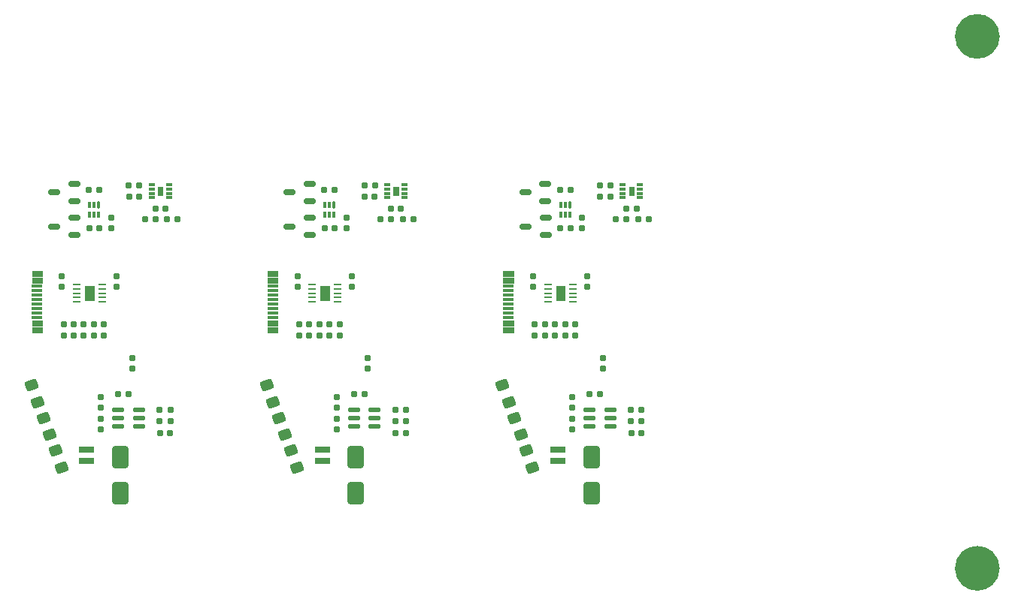
<source format=gbr>
%TF.GenerationSoftware,KiCad,Pcbnew,8.0.5*%
%TF.CreationDate,2025-01-30T01:50:55+01:00*%
%TF.ProjectId,LAMP_OUTDOOR_BATTERY_PANEL,4c414d50-5f4f-4555-9444-4f4f525f4241,rev?*%
%TF.SameCoordinates,Original*%
%TF.FileFunction,Paste,Top*%
%TF.FilePolarity,Positive*%
%FSLAX46Y46*%
G04 Gerber Fmt 4.6, Leading zero omitted, Abs format (unit mm)*
G04 Created by KiCad (PCBNEW 8.0.5) date 2025-01-30 01:50:55*
%MOMM*%
%LPD*%
G01*
G04 APERTURE LIST*
G04 Aperture macros list*
%AMRoundRect*
0 Rectangle with rounded corners*
0 $1 Rounding radius*
0 $2 $3 $4 $5 $6 $7 $8 $9 X,Y pos of 4 corners*
0 Add a 4 corners polygon primitive as box body*
4,1,4,$2,$3,$4,$5,$6,$7,$8,$9,$2,$3,0*
0 Add four circle primitives for the rounded corners*
1,1,$1+$1,$2,$3*
1,1,$1+$1,$4,$5*
1,1,$1+$1,$6,$7*
1,1,$1+$1,$8,$9*
0 Add four rect primitives between the rounded corners*
20,1,$1+$1,$2,$3,$4,$5,0*
20,1,$1+$1,$4,$5,$6,$7,0*
20,1,$1+$1,$6,$7,$8,$9,0*
20,1,$1+$1,$8,$9,$2,$3,0*%
G04 Aperture macros list end*
%ADD10C,2.512500*%
%ADD11C,0.010000*%
%ADD12RoundRect,0.155000X-0.212500X-0.155000X0.212500X-0.155000X0.212500X0.155000X-0.212500X0.155000X0*%
%ADD13RoundRect,0.150000X0.512500X0.150000X-0.512500X0.150000X-0.512500X-0.150000X0.512500X-0.150000X0*%
%ADD14R,1.150000X0.300000*%
%ADD15R,0.860000X0.260000*%
%ADD16RoundRect,0.160000X0.160000X-0.197500X0.160000X0.197500X-0.160000X0.197500X-0.160000X-0.197500X0*%
%ADD17RoundRect,0.250000X0.534018X-0.151491X0.311705X0.459309X-0.534018X0.151491X-0.311705X-0.459309X0*%
%ADD18RoundRect,0.155000X-0.155000X0.212500X-0.155000X-0.212500X0.155000X-0.212500X0.155000X0.212500X0*%
%ADD19RoundRect,0.155000X0.155000X-0.212500X0.155000X0.212500X-0.155000X0.212500X-0.155000X-0.212500X0*%
%ADD20RoundRect,0.160000X-0.197500X-0.160000X0.197500X-0.160000X0.197500X0.160000X-0.197500X0.160000X0*%
%ADD21RoundRect,0.160000X-0.160000X0.197500X-0.160000X-0.197500X0.160000X-0.197500X0.160000X0.197500X0*%
%ADD22RoundRect,0.160000X0.197500X0.160000X-0.197500X0.160000X-0.197500X-0.160000X0.197500X-0.160000X0*%
%ADD23R,1.700000X0.800000*%
%ADD24RoundRect,0.033750X0.336250X0.101250X-0.336250X0.101250X-0.336250X-0.101250X0.336250X-0.101250X0*%
%ADD25RoundRect,0.147500X0.537500X0.147500X-0.537500X0.147500X-0.537500X-0.147500X0.537500X-0.147500X0*%
%ADD26RoundRect,0.070000X0.070000X0.305000X-0.070000X0.305000X-0.070000X-0.305000X0.070000X-0.305000X0*%
%ADD27RoundRect,0.070000X0.070000X0.355000X-0.070000X0.355000X-0.070000X-0.355000X0.070000X-0.355000X0*%
%ADD28RoundRect,0.250000X-0.650000X1.000000X-0.650000X-1.000000X0.650000X-1.000000X0.650000X1.000000X0*%
G04 APERTURE END LIST*
D10*
X250086250Y-122000000D02*
G75*
G02*
X247573750Y-122000000I-1256250J0D01*
G01*
X247573750Y-122000000D02*
G75*
G02*
X250086250Y-122000000I1256250J0D01*
G01*
X250086250Y-62000000D02*
G75*
G02*
X247573750Y-62000000I-1256250J0D01*
G01*
X247573750Y-62000000D02*
G75*
G02*
X250086250Y-62000000I1256250J0D01*
G01*
D11*
%TO.C,J1*%
X143525000Y-95430000D02*
X142375000Y-95430000D01*
X142375000Y-94830000D01*
X143525000Y-94830000D01*
X143525000Y-95430000D01*
G36*
X143525000Y-95430000D02*
G01*
X142375000Y-95430000D01*
X142375000Y-94830000D01*
X143525000Y-94830000D01*
X143525000Y-95430000D01*
G37*
X143525000Y-94630000D02*
X142375000Y-94630000D01*
X142375000Y-94030000D01*
X143525000Y-94030000D01*
X143525000Y-94630000D01*
G36*
X143525000Y-94630000D02*
G01*
X142375000Y-94630000D01*
X142375000Y-94030000D01*
X143525000Y-94030000D01*
X143525000Y-94630000D01*
G37*
X143525000Y-89830000D02*
X142375000Y-89830000D01*
X142375000Y-89230000D01*
X143525000Y-89230000D01*
X143525000Y-89830000D01*
G36*
X143525000Y-89830000D02*
G01*
X142375000Y-89830000D01*
X142375000Y-89230000D01*
X143525000Y-89230000D01*
X143525000Y-89830000D01*
G37*
X143525000Y-89030000D02*
X142375000Y-89030000D01*
X142375000Y-88430000D01*
X143525000Y-88430000D01*
X143525000Y-89030000D01*
G36*
X143525000Y-89030000D02*
G01*
X142375000Y-89030000D01*
X142375000Y-88430000D01*
X143525000Y-88430000D01*
X143525000Y-89030000D01*
G37*
%TO.C,U1*%
X149330000Y-91761540D02*
X148329038Y-91761540D01*
X148329038Y-90160000D01*
X149330000Y-90160000D01*
X149330000Y-91761540D01*
G36*
X149330000Y-91761540D02*
G01*
X148329038Y-91761540D01*
X148329038Y-90160000D01*
X149330000Y-90160000D01*
X149330000Y-91761540D01*
G37*
%TO.C,U3*%
X157100000Y-79920000D02*
X156540000Y-79920000D01*
X156540000Y-78980000D01*
X157100000Y-78980000D01*
X157100000Y-79920000D01*
G36*
X157100000Y-79920000D02*
G01*
X156540000Y-79920000D01*
X156540000Y-78980000D01*
X157100000Y-78980000D01*
X157100000Y-79920000D01*
G37*
%TO.C,U1*%
X175859700Y-91761540D02*
X174858738Y-91761540D01*
X174858738Y-90160000D01*
X175859700Y-90160000D01*
X175859700Y-91761540D01*
G36*
X175859700Y-91761540D02*
G01*
X174858738Y-91761540D01*
X174858738Y-90160000D01*
X175859700Y-90160000D01*
X175859700Y-91761540D01*
G37*
%TO.C,U3*%
X183629700Y-79920000D02*
X183069700Y-79920000D01*
X183069700Y-78980000D01*
X183629700Y-78980000D01*
X183629700Y-79920000D01*
G36*
X183629700Y-79920000D02*
G01*
X183069700Y-79920000D01*
X183069700Y-78980000D01*
X183629700Y-78980000D01*
X183629700Y-79920000D01*
G37*
%TO.C,J1*%
X170054700Y-95430000D02*
X168904700Y-95430000D01*
X168904700Y-94830000D01*
X170054700Y-94830000D01*
X170054700Y-95430000D01*
G36*
X170054700Y-95430000D02*
G01*
X168904700Y-95430000D01*
X168904700Y-94830000D01*
X170054700Y-94830000D01*
X170054700Y-95430000D01*
G37*
X170054700Y-94630000D02*
X168904700Y-94630000D01*
X168904700Y-94030000D01*
X170054700Y-94030000D01*
X170054700Y-94630000D01*
G36*
X170054700Y-94630000D02*
G01*
X168904700Y-94630000D01*
X168904700Y-94030000D01*
X170054700Y-94030000D01*
X170054700Y-94630000D01*
G37*
X170054700Y-89830000D02*
X168904700Y-89830000D01*
X168904700Y-89230000D01*
X170054700Y-89230000D01*
X170054700Y-89830000D01*
G36*
X170054700Y-89830000D02*
G01*
X168904700Y-89830000D01*
X168904700Y-89230000D01*
X170054700Y-89230000D01*
X170054700Y-89830000D01*
G37*
X170054700Y-89030000D02*
X168904700Y-89030000D01*
X168904700Y-88430000D01*
X170054700Y-88430000D01*
X170054700Y-89030000D01*
G36*
X170054700Y-89030000D02*
G01*
X168904700Y-89030000D01*
X168904700Y-88430000D01*
X170054700Y-88430000D01*
X170054700Y-89030000D01*
G37*
%TO.C,U1*%
X202389700Y-91761540D02*
X201388738Y-91761540D01*
X201388738Y-90160000D01*
X202389700Y-90160000D01*
X202389700Y-91761540D01*
G36*
X202389700Y-91761540D02*
G01*
X201388738Y-91761540D01*
X201388738Y-90160000D01*
X202389700Y-90160000D01*
X202389700Y-91761540D01*
G37*
%TO.C,U3*%
X210159700Y-79920000D02*
X209599700Y-79920000D01*
X209599700Y-78980000D01*
X210159700Y-78980000D01*
X210159700Y-79920000D01*
G36*
X210159700Y-79920000D02*
G01*
X209599700Y-79920000D01*
X209599700Y-78980000D01*
X210159700Y-78980000D01*
X210159700Y-79920000D01*
G37*
%TO.C,J1*%
X196584700Y-95430000D02*
X195434700Y-95430000D01*
X195434700Y-94830000D01*
X196584700Y-94830000D01*
X196584700Y-95430000D01*
G36*
X196584700Y-95430000D02*
G01*
X195434700Y-95430000D01*
X195434700Y-94830000D01*
X196584700Y-94830000D01*
X196584700Y-95430000D01*
G37*
X196584700Y-94630000D02*
X195434700Y-94630000D01*
X195434700Y-94030000D01*
X196584700Y-94030000D01*
X196584700Y-94630000D01*
G36*
X196584700Y-94630000D02*
G01*
X195434700Y-94630000D01*
X195434700Y-94030000D01*
X196584700Y-94030000D01*
X196584700Y-94630000D01*
G37*
X196584700Y-89830000D02*
X195434700Y-89830000D01*
X195434700Y-89230000D01*
X196584700Y-89230000D01*
X196584700Y-89830000D01*
G36*
X196584700Y-89830000D02*
G01*
X195434700Y-89830000D01*
X195434700Y-89230000D01*
X196584700Y-89230000D01*
X196584700Y-89830000D01*
G37*
X196584700Y-89030000D02*
X195434700Y-89030000D01*
X195434700Y-88430000D01*
X196584700Y-88430000D01*
X196584700Y-89030000D01*
G36*
X196584700Y-89030000D02*
G01*
X195434700Y-89030000D01*
X195434700Y-88430000D01*
X196584700Y-88430000D01*
X196584700Y-89030000D01*
G37*
%TD*%
D12*
%TO.C,C7*%
X149947500Y-83640000D03*
X148812500Y-83640000D03*
%TD*%
D13*
%TO.C,Q2*%
X144872500Y-83437500D03*
X147147500Y-82487500D03*
X147147500Y-84387500D03*
%TD*%
D14*
%TO.C,J1*%
X142950000Y-90180000D03*
X142950000Y-91180000D03*
X142950000Y-92680000D03*
X142950000Y-93680000D03*
X142950000Y-93180000D03*
X142950000Y-92180000D03*
X142950000Y-91680000D03*
X142950000Y-90680000D03*
%TD*%
D15*
%TO.C,U1*%
X150265000Y-89960000D03*
X150265000Y-90460000D03*
X150265000Y-90960000D03*
X150265000Y-91460000D03*
X150265000Y-91960000D03*
X147395000Y-91960000D03*
X147395000Y-91460000D03*
X147395000Y-90960000D03*
X147395000Y-90460000D03*
X147395000Y-89960000D03*
%TD*%
D12*
%TO.C,C5*%
X157397500Y-81400000D03*
X156262500Y-81400000D03*
%TD*%
D16*
%TO.C,R3*%
X149345000Y-94512500D03*
X149345000Y-95707500D03*
%TD*%
D17*
%TO.C,D3*%
X144997557Y-108722387D03*
X145698699Y-110648757D03*
%TD*%
D18*
%TO.C,C2*%
X151870000Y-90207500D03*
X151870000Y-89072500D03*
%TD*%
D19*
%TO.C,C3*%
X150140000Y-105175000D03*
X150140000Y-106310000D03*
%TD*%
D20*
%TO.C,R7*%
X157957500Y-104130000D03*
X156762500Y-104130000D03*
%TD*%
D21*
%TO.C,R4*%
X148210000Y-95707500D03*
X148210000Y-94512500D03*
%TD*%
D16*
%TO.C,R2*%
X147075000Y-94512500D03*
X147075000Y-95707500D03*
%TD*%
D17*
%TO.C,D2*%
X143649999Y-105019999D03*
X144351141Y-106946369D03*
%TD*%
D22*
%TO.C,R6*%
X156762500Y-105430000D03*
X157957500Y-105430000D03*
%TD*%
D20*
%TO.C,R10*%
X158777500Y-82580000D03*
X157582500Y-82580000D03*
%TD*%
D21*
%TO.C,R5*%
X150480000Y-95707500D03*
X150480000Y-94512500D03*
%TD*%
D22*
%TO.C,R14*%
X148752500Y-79320000D03*
X149947500Y-79320000D03*
%TD*%
D17*
%TO.C,D1*%
X142302442Y-101317612D03*
X143003584Y-103243982D03*
%TD*%
D21*
%TO.C,R13*%
X153650000Y-99487500D03*
X153650000Y-98292500D03*
%TD*%
%TO.C,R8*%
X150150000Y-103900000D03*
X150150000Y-102705000D03*
%TD*%
D23*
%TO.C,L1*%
X148530000Y-108620000D03*
X148530000Y-109920000D03*
%TD*%
D13*
%TO.C,Q1*%
X144855000Y-79600000D03*
X147130000Y-78650000D03*
X147130000Y-80550000D03*
%TD*%
D24*
%TO.C,U3*%
X155840000Y-80200000D03*
X155840000Y-79700000D03*
X155840000Y-79200000D03*
X155840000Y-78700000D03*
X157800000Y-78700000D03*
X157800000Y-79200000D03*
X157800000Y-79700000D03*
X157800000Y-80200000D03*
%TD*%
D22*
%TO.C,R9*%
X152092500Y-102330000D03*
X153287500Y-102330000D03*
%TD*%
%TO.C,R12*%
X153272500Y-78800000D03*
X154467500Y-78800000D03*
%TD*%
D18*
%TO.C,C1*%
X145740000Y-90207500D03*
X145740000Y-89072500D03*
%TD*%
D25*
%TO.C,U2*%
X152090000Y-106020000D03*
X152090000Y-105070000D03*
X152090000Y-104120000D03*
X154430000Y-104120000D03*
X154430000Y-105070000D03*
X154430000Y-106020000D03*
%TD*%
D12*
%TO.C,C6*%
X154437500Y-80060000D03*
X153302500Y-80060000D03*
%TD*%
D21*
%TO.C,R15*%
X151280000Y-83647500D03*
X151280000Y-82452500D03*
%TD*%
D22*
%TO.C,R11*%
X155072500Y-82580000D03*
X156267500Y-82580000D03*
%TD*%
D26*
%TO.C,U4*%
X149850000Y-82130000D03*
X149350000Y-82130000D03*
X148850000Y-82130000D03*
X148850000Y-80980000D03*
X149350000Y-80980000D03*
D27*
X149850000Y-81030000D03*
%TD*%
D12*
%TO.C,C4*%
X157927500Y-106720000D03*
X156792500Y-106720000D03*
%TD*%
D16*
%TO.C,R1*%
X145940000Y-94512500D03*
X145940000Y-95707500D03*
%TD*%
D28*
%TO.C,D4*%
X152330000Y-113500000D03*
X152330000Y-109500000D03*
%TD*%
D17*
%TO.C,D3*%
X171527257Y-108722387D03*
X172228399Y-110648757D03*
%TD*%
D18*
%TO.C,C2*%
X178399700Y-90207500D03*
X178399700Y-89072500D03*
%TD*%
D19*
%TO.C,C3*%
X176669700Y-105175000D03*
X176669700Y-106310000D03*
%TD*%
D20*
%TO.C,R7*%
X184487200Y-104130000D03*
X183292200Y-104130000D03*
%TD*%
D16*
%TO.C,R3*%
X175874700Y-94512500D03*
X175874700Y-95707500D03*
%TD*%
D15*
%TO.C,U1*%
X176794700Y-89960000D03*
X176794700Y-90460000D03*
X176794700Y-90960000D03*
X176794700Y-91460000D03*
X176794700Y-91960000D03*
X173924700Y-91960000D03*
X173924700Y-91460000D03*
X173924700Y-90960000D03*
X173924700Y-90460000D03*
X173924700Y-89960000D03*
%TD*%
D12*
%TO.C,C5*%
X183927200Y-81400000D03*
X182792200Y-81400000D03*
%TD*%
D17*
%TO.C,D2*%
X170179699Y-105019999D03*
X170880841Y-106946369D03*
%TD*%
D21*
%TO.C,R5*%
X177009700Y-95707500D03*
X177009700Y-94512500D03*
%TD*%
D16*
%TO.C,R2*%
X173604700Y-94512500D03*
X173604700Y-95707500D03*
%TD*%
D22*
%TO.C,R6*%
X183292200Y-105430000D03*
X184487200Y-105430000D03*
%TD*%
D17*
%TO.C,D1*%
X168832142Y-101317612D03*
X169533284Y-103243982D03*
%TD*%
D21*
%TO.C,R4*%
X174739700Y-95707500D03*
X174739700Y-94512500D03*
%TD*%
D20*
%TO.C,R10*%
X185307200Y-82580000D03*
X184112200Y-82580000D03*
%TD*%
D21*
%TO.C,R13*%
X180179700Y-99487500D03*
X180179700Y-98292500D03*
%TD*%
D22*
%TO.C,R14*%
X175282200Y-79320000D03*
X176477200Y-79320000D03*
%TD*%
D21*
%TO.C,R8*%
X176679700Y-103900000D03*
X176679700Y-102705000D03*
%TD*%
D23*
%TO.C,L1*%
X175059700Y-108620000D03*
X175059700Y-109920000D03*
%TD*%
D13*
%TO.C,Q1*%
X171384700Y-79600000D03*
X173659700Y-78650000D03*
X173659700Y-80550000D03*
%TD*%
D24*
%TO.C,U3*%
X182369700Y-80200000D03*
X182369700Y-79700000D03*
X182369700Y-79200000D03*
X182369700Y-78700000D03*
X184329700Y-78700000D03*
X184329700Y-79200000D03*
X184329700Y-79700000D03*
X184329700Y-80200000D03*
%TD*%
D12*
%TO.C,C6*%
X180967200Y-80060000D03*
X179832200Y-80060000D03*
%TD*%
D22*
%TO.C,R11*%
X181602200Y-82580000D03*
X182797200Y-82580000D03*
%TD*%
D26*
%TO.C,U4*%
X176379700Y-82130000D03*
X175879700Y-82130000D03*
X175379700Y-82130000D03*
X175379700Y-80980000D03*
X175879700Y-80980000D03*
D27*
X176379700Y-81030000D03*
%TD*%
D16*
%TO.C,R1*%
X172469700Y-94512500D03*
X172469700Y-95707500D03*
%TD*%
D22*
%TO.C,R9*%
X178622200Y-102330000D03*
X179817200Y-102330000D03*
%TD*%
%TO.C,R12*%
X179802200Y-78800000D03*
X180997200Y-78800000D03*
%TD*%
D18*
%TO.C,C1*%
X172269700Y-90207500D03*
X172269700Y-89072500D03*
%TD*%
D25*
%TO.C,U2*%
X178619700Y-106020000D03*
X178619700Y-105070000D03*
X178619700Y-104120000D03*
X180959700Y-104120000D03*
X180959700Y-105070000D03*
X180959700Y-106020000D03*
%TD*%
D21*
%TO.C,R15*%
X177809700Y-83647500D03*
X177809700Y-82452500D03*
%TD*%
D12*
%TO.C,C4*%
X184457200Y-106720000D03*
X183322200Y-106720000D03*
%TD*%
D28*
%TO.C,D4*%
X178859700Y-113500000D03*
X178859700Y-109500000D03*
%TD*%
D13*
%TO.C,Q2*%
X171402200Y-83437500D03*
X173677200Y-82487500D03*
X173677200Y-84387500D03*
%TD*%
D12*
%TO.C,C7*%
X176477200Y-83640000D03*
X175342200Y-83640000D03*
%TD*%
D14*
%TO.C,J1*%
X169479700Y-90180000D03*
X169479700Y-91180000D03*
X169479700Y-92680000D03*
X169479700Y-93680000D03*
X169479700Y-93180000D03*
X169479700Y-92180000D03*
X169479700Y-91680000D03*
X169479700Y-90680000D03*
%TD*%
D17*
%TO.C,D3*%
X198057257Y-108722387D03*
X198758399Y-110648757D03*
%TD*%
D18*
%TO.C,C2*%
X204929700Y-90207500D03*
X204929700Y-89072500D03*
%TD*%
D19*
%TO.C,C3*%
X203199700Y-105175000D03*
X203199700Y-106310000D03*
%TD*%
D20*
%TO.C,R7*%
X211017200Y-104130000D03*
X209822200Y-104130000D03*
%TD*%
D16*
%TO.C,R3*%
X202404700Y-94512500D03*
X202404700Y-95707500D03*
%TD*%
D15*
%TO.C,U1*%
X203324700Y-89960000D03*
X203324700Y-90460000D03*
X203324700Y-90960000D03*
X203324700Y-91460000D03*
X203324700Y-91960000D03*
X200454700Y-91960000D03*
X200454700Y-91460000D03*
X200454700Y-90960000D03*
X200454700Y-90460000D03*
X200454700Y-89960000D03*
%TD*%
D12*
%TO.C,C5*%
X210457200Y-81400000D03*
X209322200Y-81400000D03*
%TD*%
D17*
%TO.C,D2*%
X196709699Y-105019999D03*
X197410841Y-106946369D03*
%TD*%
D21*
%TO.C,R5*%
X203539700Y-95707500D03*
X203539700Y-94512500D03*
%TD*%
D16*
%TO.C,R2*%
X200134700Y-94512500D03*
X200134700Y-95707500D03*
%TD*%
D22*
%TO.C,R6*%
X209822200Y-105430000D03*
X211017200Y-105430000D03*
%TD*%
D17*
%TO.C,D1*%
X195362142Y-101317612D03*
X196063284Y-103243982D03*
%TD*%
D21*
%TO.C,R4*%
X201269700Y-95707500D03*
X201269700Y-94512500D03*
%TD*%
D20*
%TO.C,R10*%
X211837200Y-82580000D03*
X210642200Y-82580000D03*
%TD*%
D21*
%TO.C,R13*%
X206709700Y-99487500D03*
X206709700Y-98292500D03*
%TD*%
D22*
%TO.C,R14*%
X201812200Y-79320000D03*
X203007200Y-79320000D03*
%TD*%
D21*
%TO.C,R8*%
X203209700Y-103900000D03*
X203209700Y-102705000D03*
%TD*%
D23*
%TO.C,L1*%
X201589700Y-108620000D03*
X201589700Y-109920000D03*
%TD*%
D13*
%TO.C,Q1*%
X197914700Y-79600000D03*
X200189700Y-78650000D03*
X200189700Y-80550000D03*
%TD*%
D24*
%TO.C,U3*%
X208899700Y-80200000D03*
X208899700Y-79700000D03*
X208899700Y-79200000D03*
X208899700Y-78700000D03*
X210859700Y-78700000D03*
X210859700Y-79200000D03*
X210859700Y-79700000D03*
X210859700Y-80200000D03*
%TD*%
D12*
%TO.C,C6*%
X207497200Y-80060000D03*
X206362200Y-80060000D03*
%TD*%
D22*
%TO.C,R11*%
X208132200Y-82580000D03*
X209327200Y-82580000D03*
%TD*%
D26*
%TO.C,U4*%
X202909700Y-82130000D03*
X202409700Y-82130000D03*
X201909700Y-82130000D03*
X201909700Y-80980000D03*
X202409700Y-80980000D03*
D27*
X202909700Y-81030000D03*
%TD*%
D16*
%TO.C,R1*%
X198999700Y-94512500D03*
X198999700Y-95707500D03*
%TD*%
D22*
%TO.C,R9*%
X205152200Y-102330000D03*
X206347200Y-102330000D03*
%TD*%
%TO.C,R12*%
X206332200Y-78800000D03*
X207527200Y-78800000D03*
%TD*%
D18*
%TO.C,C1*%
X198799700Y-90207500D03*
X198799700Y-89072500D03*
%TD*%
D25*
%TO.C,U2*%
X205149700Y-106020000D03*
X205149700Y-105070000D03*
X205149700Y-104120000D03*
X207489700Y-104120000D03*
X207489700Y-105070000D03*
X207489700Y-106020000D03*
%TD*%
D21*
%TO.C,R15*%
X204339700Y-83647500D03*
X204339700Y-82452500D03*
%TD*%
D12*
%TO.C,C4*%
X210987200Y-106720000D03*
X209852200Y-106720000D03*
%TD*%
D28*
%TO.C,D4*%
X205389700Y-113500000D03*
X205389700Y-109500000D03*
%TD*%
D13*
%TO.C,Q2*%
X197932200Y-83437500D03*
X200207200Y-82487500D03*
X200207200Y-84387500D03*
%TD*%
D12*
%TO.C,C7*%
X203007200Y-83640000D03*
X201872200Y-83640000D03*
%TD*%
D14*
%TO.C,J1*%
X196009700Y-90180000D03*
X196009700Y-91180000D03*
X196009700Y-92680000D03*
X196009700Y-93680000D03*
X196009700Y-93180000D03*
X196009700Y-92180000D03*
X196009700Y-91680000D03*
X196009700Y-90680000D03*
%TD*%
M02*

</source>
